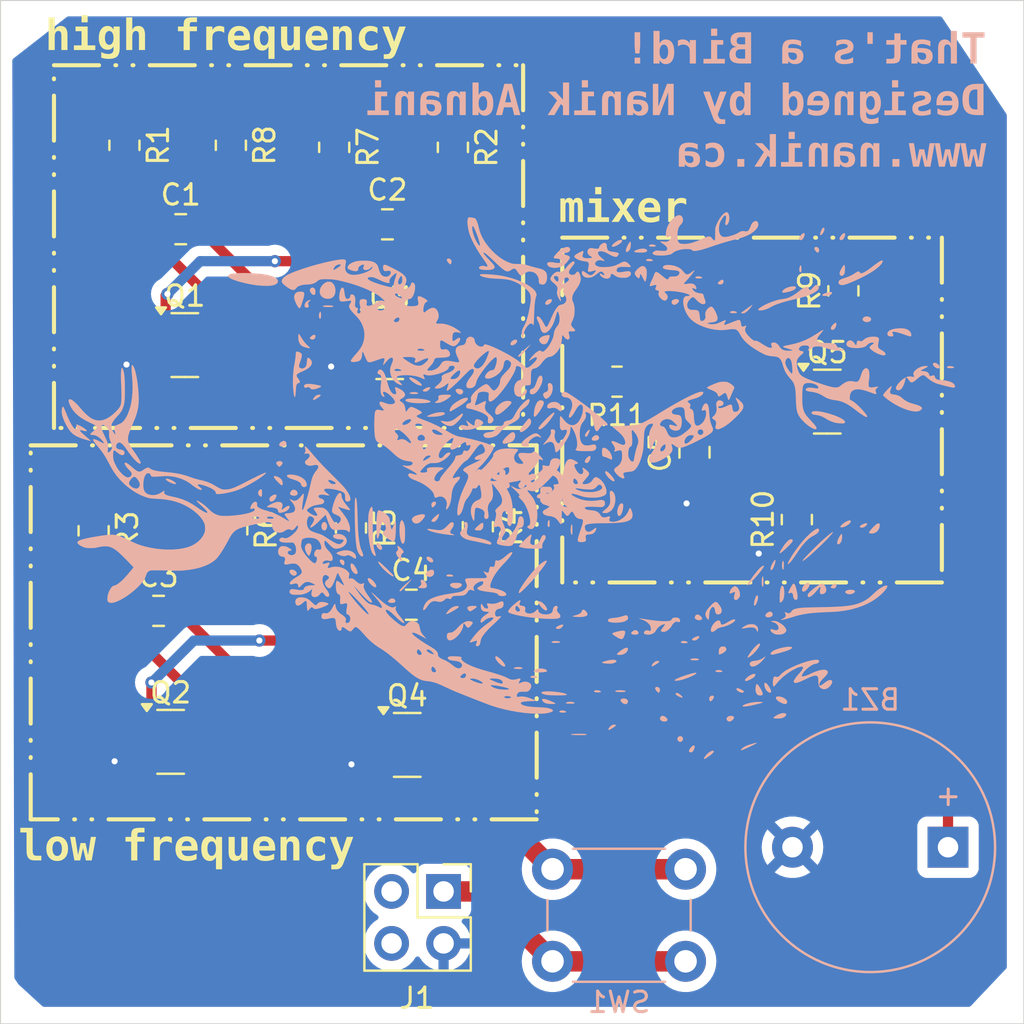
<source format=kicad_pcb>
(kicad_pcb (version 20240108) (generator "pcbnew") (generator_version "8.0")
  (layers (0 "F.Cu" signal) (31 "B.Cu" signal) (34 "B.Paste" user) (35 "F.Paste" user) (36 "B.SilkS" user "B.Silkscreen") (37 "F.SilkS" user "F.Silkscreen") (38 "B.Mask" user) (39 "F.Mask" user) (44 "Edge.Cuts" user))
  (net 0 "")
  (net 1 "hi_freq")
  (net 2 "GND")
  (net 3 "Net-(Q3-B)")
  (net 4 "Net-(Q1-C)")
  (net 5 "Net-(Q1-B)")
  (net 6 "Net-(Q2-C)")
  (net 7 "Net-(Q4-B)")
  (net 8 "Net-(Q2-B)")
  (net 9 "lo_freq")
  (net 10 "Net-(Q5-B)")
  (net 11 "Net-(Q5-C)")
  (net 12 "Net-(Q5-E)")
  (net 13 "Net-(R1-Pad1)")
  (net 14 "+3.3V")
  (footprint "Capacitor_SMD:C_0805_2012Metric" (layer "F.Cu") (at 75.13125 82.8)
    (property "Reference" "C1" (at 0 -1.68 0) (layer "F.SilkS"))
    (property "Value" "0.33u")
    (pad "1" smd roundrect (at -0.95 0) (size 1 1.45) (layers "F.Cu" "F.Paste" "F.Mask") (net 4 "Net-(Q1-C)"))
    (pad "2" smd roundrect (at 0.95 0) (size 1 1.45) (layers "F.Cu" "F.Paste" "F.Mask") (net 3 "Net-(Q3-B)"))
  )
  (footprint "Resistor_SMD:R_0805_2012Metric" (layer "F.Cu") (at 96.45 90.25 180)
    (property "Reference" "R11" (at 0 -1.65 180) (layer "F.SilkS"))
    (property "Value" "2k")
    (pad "1" smd roundrect (at -0.9125 0 180) (size 1.025 1.4) (layers "F.Cu" "F.Paste" "F.Mask") (roundrect_rratio 0.243902) (net 10 "Net-(Q5-B)"))
    (pad "2" smd roundrect (at 0.9125 0 180) (size 1.025 1.4) (layers "F.Cu" "F.Paste" "F.Mask") (roundrect_rratio 0.243902) (net 9 "lo_freq"))
  )
  (footprint "Resistor_SMD:R_0805_2012Metric" (layer "F.Cu") (at 77.58125 78.7 -90)
    (property "Reference" "R8" (at 0 -1.65 90) (layer "F.SilkS"))
    (property "Value" "2k")
    (pad "1" smd roundrect (at -0.9125 0 270) (size 1.025 1.4) (layers "F.Cu" "F.Paste" "F.Mask") (roundrect_rratio 0.243902) (net 13 "Net-(R1-Pad1)"))
    (pad "2" smd roundrect (at 0.9125 0 270) (size 1.025 1.4) (layers "F.Cu" "F.Paste" "F.Mask") (roundrect_rratio 0.243902) (net 3 "Net-(Q3-B)"))
  )
  (footprint "Resistor_SMD:R_0805_2012Metric" (layer "F.Cu") (at 72.38125 78.7 -90)
    (property "Reference" "R1" (at 0 -1.65 90) (layer "F.SilkS"))
    (property "Value" "330")
    (pad "1" smd roundrect (at -0.9125 0 270) (size 1.025 1.4) (layers "F.Cu" "F.Paste" "F.Mask") (roundrect_rratio 0.243902) (net 13 "Net-(R1-Pad1)"))
    (pad "2" smd roundrect (at 0.9125 0 270) (size 1.025 1.4) (layers "F.Cu" "F.Paste" "F.Mask") (roundrect_rratio 0.243902) (net 4 "Net-(Q1-C)"))
  )
  (footprint "Package_TO_SOT_SMD:SOT-23" (layer "F.Cu") (at 74.6375 107.85)
    (property "Reference" "Q2" (at 0 -2.4 0) (layer "F.SilkS"))
    (property "Value" "MMBT3904")
    (pad "1" smd roundrect (at -0.9375 -0.95) (size 1.475 0.6) (layers "F.Cu" "F.Paste" "F.Mask") (net 8 "Net-(Q2-B)"))
    (pad "2" smd roundrect (at -0.9375 0.95) (size 1.475 0.6) (layers "F.Cu" "F.Paste" "F.Mask") (net 2 "GND"))
    (pad "3" smd roundrect (at 0.9375 0) (size 1.475 0.6) (layers "F.Cu" "F.Paste" "F.Mask") (net 6 "Net-(Q2-C)"))
  )
  (footprint "Package_TO_SOT_SMD:SOT-23" (layer "F.Cu") (at 85.34375 88.5625)
    (property "Reference" "Q3" (at 0 -2.4 0) (layer "F.SilkS"))
    (property "Value" "MMBT3904")
    (pad "1" smd roundrect (at -0.9375 -0.95) (size 1.475 0.6) (layers "F.Cu" "F.Paste" "F.Mask") (net 3 "Net-(Q3-B)"))
    (pad "2" smd roundrect (at -0.9375 0.95) (size 1.475 0.6) (layers "F.Cu" "F.Paste" "F.Mask") (net 2 "GND"))
    (pad "3" smd roundrect (at 0.9375 0) (size 1.475 0.6) (layers "F.Cu" "F.Paste" "F.Mask") (net 1 "hi_freq"))
  )
  (footprint "Capacitor_SMD:C_0805_2012Metric" (layer "F.Cu") (at 85.23125 82.5625)
    (property "Reference" "C2" (at 0 -1.68 0) (layer "F.SilkS"))
    (property "Value" "0.33u")
    (pad "1" smd roundrect (at -0.95 0) (size 1 1.45) (layers "F.Cu" "F.Paste" "F.Mask") (net 5 "Net-(Q1-B)"))
    (pad "2" smd roundrect (at 0.95 0) (size 1 1.45) (layers "F.Cu" "F.Paste" "F.Mask") (net 1 "hi_freq"))
  )
  (footprint "Package_TO_SOT_SMD:SOT-23" (layer "F.Cu") (at 75.33125 88.4625)
    (property "Reference" "Q1" (at 0 -2.4 0) (layer "F.SilkS"))
    (property "Value" "MMBT3904")
    (pad "1" smd roundrect (at -0.9375 -0.95) (size 1.475 0.6) (layers "F.Cu" "F.Paste" "F.Mask") (net 5 "Net-(Q1-B)"))
    (pad "2" smd roundrect (at -0.9375 0.95) (size 1.475 0.6) (layers "F.Cu" "F.Paste" "F.Mask") (net 2 "GND"))
    (pad "3" smd roundrect (at 0.9375 0) (size 1.475 0.6) (layers "F.Cu" "F.Paste" "F.Mask") (net 4 "Net-(Q1-C)"))
  )
  (footprint "Capacitor_SMD:C_0805_2012Metric" (layer "F.Cu") (at 74.05 101.45)
    (property "Reference" "C3" (at 0 -1.68 0) (layer "F.SilkS"))
    (property "Value" "10u")
    (pad "1" smd roundrect (at -0.95 0) (size 1 1.45) (layers "F.Cu" "F.Paste" "F.Mask") (net 6 "Net-(Q2-C)"))
    (pad "2" smd roundrect (at 0.95 0) (size 1 1.45) (layers "F.Cu" "F.Paste" "F.Mask") (net 7 "Net-(Q4-B)"))
  )
  (footprint "Resistor_SMD:R_0805_2012Metric" (layer "F.Cu") (at 82.63125 78.8 -90)
    (property "Reference" "R7" (at 0 -1.65 90) (layer "F.SilkS"))
    (property "Value" "2k")
    (pad "1" smd roundrect (at -0.9125 0 270) (size 1.025 1.4) (layers "F.Cu" "F.Paste" "F.Mask") (roundrect_rratio 0.243902) (net 13 "Net-(R1-Pad1)"))
    (pad "2" smd roundrect (at 0.9125 0 270) (size 1.025 1.4) (layers "F.Cu" "F.Paste" "F.Mask") (roundrect_rratio 0.243902) (net 5 "Net-(Q1-B)"))
  )
  (footprint "Capacitor_SMD:C_0805_2012Metric" (layer "F.Cu") (at 86.4 101.15)
    (property "Reference" "C4" (at 0 -1.68 0) (layer "F.SilkS"))
    (property "Value" "10u")
    (pad "1" smd roundrect (at -0.95 0) (size 1 1.45) (layers "F.Cu" "F.Paste" "F.Mask") (net 8 "Net-(Q2-B)"))
    (pad "2" smd roundrect (at 0.95 0) (size 1 1.45) (layers "F.Cu" "F.Paste" "F.Mask") (net 9 "lo_freq"))
  )
  (footprint "Connector_PinHeader_2.54mm:PinHeader_2x02_P2.54mm_Vertical" (layer "F.Cu") (at 87.975 115.16 -90)
    (property "Reference" "J1" (at 5.215 1.3 0) (layer "F.SilkS"))
    (property "Value" "Conn_02x02_Counter_Clockwise_MountingPin" (hide yes))
    (pad "1" thru_hole rect (at 0 0 270) (size 1.7 1.7) (drill 1) (layers "*.Cu" "*.Mask") (net 14 "+3.3V"))
    (pad "2" thru_hole oval (at 2.54 0 270) (size 1.7 1.7) (drill 1) (layers "*.Cu" "*.Mask") (net 2 "GND"))
    (pad "3" thru_hole oval (at 0 2.54 270) (size 1.7 1.7) (drill 1) (layers "*.Cu" "*.Mask"))
    (pad "4" thru_hole oval (at 2.54 2.54 270) (size 1.7 1.7) (drill 1) (layers "*.Cu" "*.Mask"))
  )
  (footprint "Resistor_SMD:R_0805_2012Metric" (layer "F.Cu") (at 107.5125 85.8125 90)
    (property "Reference" "R9" (at 0 -1.65 -90) (layer "F.SilkS"))
    (property "Value" "10k")
    (pad "1" smd roundrect (at -0.9125 0 90) (size 1.025 1.4) (layers "F.Cu" "F.Paste" "F.Mask") (roundrect_rratio 0.243902) (net 11 "Net-(Q5-C)"))
    (pad "2" smd roundrect (at 0.9125 0 90) (size 1.025 1.4) (layers "F.Cu" "F.Paste" "F.Mask") (roundrect_rratio 0.243902) (net 1 "hi_freq"))
  )
  (footprint "Resistor_SMD:R_0805_2012Metric" (layer "F.Cu") (at 83.45 97.4 -90)
    (property "Reference" "R5" (at 0 -1.65 90) (layer "F.SilkS"))
    (property "Value" "10k")
    (pad "1" smd roundrect (at -0.9125 0 270) (size 1.025 1.4) (layers "F.Cu" "F.Paste" "F.Mask") (roundrect_rratio 0.243902) (net 13 "Net-(R1-Pad1)"))
    (pad "2" smd roundrect (at 0.9125 0 270) (size 1.025 1.4) (layers "F.Cu" "F.Paste" "F.Mask") (roundrect_rratio 0.243902) (net 8 "Net-(Q2-B)"))
  )
  (footprint "Resistor_SMD:R_0805_2012Metric" (layer "F.Cu") (at 105.2375 96.9875 90)
    (property "Reference" "R10" (at 0 -1.65 -90) (layer "F.SilkS"))
    (property "Value" "10k")
    (pad "1" smd roundrect (at -0.9125 0 90) (size 1.025 1.4) (layers "F.Cu" "F.Paste" "F.Mask") (roundrect_rratio 0.243902) (net 2 "GND"))
    (pad "2" smd roundrect (at 0.9125 0 90) (size 1.025 1.4) (layers "F.Cu" "F.Paste" "F.Mask") (roundrect_rratio 0.243902) (net 12 "Net-(Q5-E)"))
  )
  (footprint "Package_TO_SOT_SMD:SOT-23" (layer "F.Cu") (at 86.2 108)
    (property "Reference" "Q4" (at 0 -2.4 0) (layer "F.SilkS"))
    (property "Value" "MMBT3904")
    (pad "1" smd roundrect (at -0.9375 -0.95) (size 1.475 0.6) (layers "F.Cu" "F.Paste" "F.Mask") (net 7 "Net-(Q4-B)"))
    (pad "2" smd roundrect (at -0.9375 0.95) (size 1.475 0.6) (layers "F.Cu" "F.Paste" "F.Mask") (net 2 "GND"))
    (pad "3" smd roundrect (at 0.9375 0) (size 1.475 0.6) (layers "F.Cu" "F.Paste" "F.Mask") (net 9 "lo_freq"))
  )
  (footprint "Capacitor_SMD:C_0805_2012Metric" (layer "F.Cu") (at 100.2375 93.7 90)
    (property "Reference" "C5" (at 0 -1.68 -90) (layer "F.SilkS"))
    (property "Value" "10u")
    (pad "1" smd roundrect (at -0.95 0 90) (size 1 1.45) (layers "F.Cu" "F.Paste" "F.Mask") (net 2 "GND"))
    (pad "2" smd roundrect (at 0.95 0 90) (size 1 1.45) (layers "F.Cu" "F.Paste" "F.Mask") (net 10 "Net-(Q5-B)"))
  )
  (footprint "Resistor_SMD:R_0805_2012Metric" (layer "F.Cu") (at 70.875 97.5375 -90)
    (property "Reference" "R3" (at 0 -1.65 90) (layer "F.SilkS"))
    (property "Value" "330")
    (pad "1" smd roundrect (at -0.9125 0 270) (size 1.025 1.4) (layers "F.Cu" "F.Paste" "F.Mask") (roundrect_rratio 0.243902) (net 13 "Net-(R1-Pad1)"))
    (pad "2" smd roundrect (at 0.9125 0 270) (size 1.025 1.4) (layers "F.Cu" "F.Paste" "F.Mask") (roundrect_rratio 0.243902) (net 6 "Net-(Q2-C)"))
  )
  (footprint "Resistor_SMD:R_0805_2012Metric" (layer "F.Cu") (at 77.65 97.4875 -90)
    (property "Reference" "R6" (at 0 -1.65 90) (layer "F.SilkS"))
    (property "Value" "10k")
    (pad "1" smd roundrect (at -0.9125 0 270) (size 1.025 1.4) (layers "F.Cu" "F.Paste" "F.Mask") (roundrect_rratio 0.243902) (net 13 "Net-(R1-Pad1)"))
    (pad "2" smd roundrect (at 0.9125 0 270) (size 1.025 1.4) (layers "F.Cu" "F.Paste" "F.Mask") (roundrect_rratio 0.243902) (net 7 "Net-(Q4-B)"))
  )
  (footprint "Resistor_SMD:R_0805_2012Metric" (layer "F.Cu") (at 88.43125 78.8 -90)
    (property "Reference" "R2" (at 0 -1.65 90) (layer "F.SilkS"))
    (property "Value" "330")
    (pad "1" smd roundrect (at -0.9125 0 270) (size 1.025 1.4) (layers "F.Cu" "F.Paste" "F.Mask") (roundrect_rratio 0.243902) (net 13 "Net-(R1-Pad1)"))
    (pad "2" smd roundrect (at 0.9125 0 270) (size 1.025 1.4) (layers "F.Cu" "F.Paste" "F.Mask") (roundrect_rratio 0.243902) (net 1 "hi_freq"))
  )
  (footprint "Package_TO_SOT_SMD:SOT-23" (layer "F.Cu") (at 106.725 91.225)
    (property "Reference" "Q5" (at 0 -2.4 0) (layer "F.SilkS"))
    (property "Value" "MMBT3904")
    (pad "1" smd roundrect (at -0.9375 -0.95) (size 1.475 0.6) (layers "F.Cu" "F.Paste" "F.Mask") (net 10 "Net-(Q5-B)"))
    (pad "2" smd roundrect (at -0.9375 0.95) (size 1.475 0.6) (layers "F.Cu" "F.Paste" "F.Mask") (net 12 "Net-(Q5-E)"))
    (pad "3" smd roundrect (at 0.9375 0) (size 1.475 0.6) (layers "F.Cu" "F.Paste" "F.Mask") (net 11 "Net-(Q5-C)"))
  )
  (footprint "Resistor_SMD:R_0805_2012Metric" (layer "F.Cu") (at 89.65 97.3375 -90)
    (property "Reference" "R4" (at 0 -1.65 90) (layer "F.SilkS"))
    (property "Value" "330")
    (pad "1" smd roundrect (at -0.9125 0 270) (size 1.025 1.4) (layers "F.Cu" "F.Paste" "F.Mask") (roundrect_rratio 0.243902) (net 13 "Net-(R1-Pad1)"))
    (pad "2" smd roundrect (at 0.9125 0 270) (size 1.025 1.4) (layers "F.Cu" "F.Paste" "F.Mask") (roundrect_rratio 0.243902) (net 9 "lo_freq"))
  )
  (footprint "Button_Switch_THT:SW_PUSH_6mm" (layer "B.Cu") (at 93.3 118.575)
    (property "Reference" "SW1" (at 3.25 2 0) (layer "B.SilkS") (effects (justify mirror)))
    (property "Value" "SW_Push")
    (pad "1" thru_hole circle (at 0 0 270) (size 2 2) (drill 1.1) (layers "*.Cu" "*.Mask") (net 14 "+3.3V"))
    (pad "1" thru_hole circle (at 6.5 0 270) (size 2 2) (drill 1.1) (layers "*.Cu" "*.Mask") (net 14 "+3.3V"))
    (pad "2" thru_hole circle (at 0 -4.5 270) (size 2 2) (drill 1.1) (layers "*.Cu" "*.Mask") (net 13 "Net-(R1-Pad1)"))
    (pad "2" thru_hole circle (at 6.5 -4.5 270) (size 2 2) (drill 1.1) (layers "*.Cu" "*.Mask") (net 13 "Net-(R1-Pad1)"))
  )
  (footprint "Buzzer_Beeper:Buzzer_12x9.5RM7.6" (layer "B.Cu") (at 112.625 113 180)
    (property "Reference" "BZ1" (at 3.8 7.2 180) (layer "B.SilkS") (effects (justify mirror)))
    (property "Value" "Buzzer")
    (fp_text user "+" (at -0.01 2.54 180) (layer "B.SilkS") (effects (justify mirror)))
    (pad "1" thru_hole rect (at 0 0 180) (size 2 2) (drill 1) (layers "*.Cu" "*.Mask") (net 1 "hi_freq"))
    (pad "2" thru_hole circle (at 7.6 0 180) (size 2 2) (drill 1) (layers "*.Cu" "*.Mask") (net 2 "GND"))
  )
  (footprint "images:wren_big" (layer "B.Cu") (at 91.6 95.5 180)
    (property "Reference" "G***" (at 0 0 180) (layer "B.SilkS") (effects (font (size 1.5 1.5) (thickness 0.3)) (justify mirror)))
    (property "Value" "LOGO" (hide yes))
  )
  (gr_rect (start 68.9375 74.7875) (end 91.8625 92.5125) (stroke (width 0.2) (type dash_dot_dot)) (fill none) (layer "F.SilkS"))
  (gr_rect (start 93.775 83.2125) (end 112.325 100.0625) (stroke (width 0.2) (type dash_dot_dot)) (fill none) (layer "F.SilkS"))
  (gr_rect (start 67.8 93.3625) (end 92.525 111.6375) (stroke (width 0.2) (type dash_dot_dot)) (fill none) (layer "F.SilkS"))
  (gr_rect (start 66.325 71.625) (end 116.325 121.625) (stroke (width 0.05)) (fill none) (layer "Edge.Cuts"))
  (gr_text "That's a Bird!\nDesigned by Nanik Adnani\nwww.nanik.ca" (at 114.5 80 0) (layer "B.SilkS") (effects (font (size 1.5 1.5) (thickness 0.3) (bold yes)) (justify left bottom mirror)))
  (gr_text "high frequency" (at 68.5 74.3 0) (layer "F.SilkS") (effects (font (size 1.5 1.5) (thickness 0.2) (bold yes)) (justify left bottom)))
  (gr_text "low frequency" (at 67.2 113.9 0) (layer "F.SilkS") (effects (font (size 1.5 1.5) (thickness 0.2) (bold yes)) (justify left bottom)))
  (gr_text "mixer" (at 93.6 82.7 0) (layer "F.SilkS") (effects (font (size 1.5 1.5) (thickness 0.2) (bold yes)) (justify left bottom)))
  (segment (start 87.48125 82.5625) (end 89.81875 84.9) (width 0.5) (layer "F.Cu") (net 1))
  (segment (start 87.48125 82.5625) (end 88.18125 83.2625) (width 0.5) (layer "F.Cu") (net 1))
  (segment (start 87.48125 82.5625) (end 88.43125 81.6125) (width 0.5) (layer "F.Cu") (net 1))
  (segment (start 110.9 84.9) (end 107.5125 84.9) (width 0.5) (layer "F.Cu") (net 1))
  (segment (start 112.625 113) (end 112.625 86.625) (width 0.5) (layer "F.Cu") (net 1))
  (segment (start 86.18125 82.5625) (end 87.48125 82.5625) (width 0.5) (layer "F.Cu") (net 1))
  (segment (start 88.18125 83.2625) (end 88.18125 86.6625) (width 0.5) (layer "F.Cu") (net 1))
  (segment (start 89.81875 84.9) (end 107.5125 84.9) (width 0.5) (layer "F.Cu") (net 1))
  (segment (start 112.625 86.625) (end 110.9 84.9) (width 0.5) (layer "F.Cu") (net 1))
  (segment (start 88.43125 81.6125) (end 88.43125 79.7125) (width 0.5) (layer "F.Cu") (net 1))
  (segment (start 88.18125 86.6625) (end 86.28125 88.5625) (width 0.5) (layer "F.Cu") (net 1))
  (segment (start 100.2375 94.65) (end 100.2375 95.8375) (width 0.5) (layer "F.Cu") (net 2))
  (segment (start 100.2375 95.8375) (end 99.875 96.2) (width 0.5) (layer "F.Cu") (net 2))
  (segment (start 71.9 108.8) (end 71.975 108.8) (width 0.5) (layer "F.Cu") (net 2))
  (segment (start 83.525 108.95) (end 83.525 108.95) (width 0.5) (layer "F.Cu") (net 2))
  (segment (start 74.39375 89.4125) (end 72.48125 89.4125) (width 0.5) (layer "F.Cu") (net 2))
  (segment (start 83.475 108.95) (end 83.475 109) (width 0.5) (layer "F.Cu") (net 2))
  (segment (start 83.475 109) (end 83.475 109) (width 0.5) (layer "F.Cu") (net 2))
  (segment (start 104 98.625) (end 103.975 98.65) (width 0.5) (layer "F.Cu") (net 2))
  (segment (start 99.85 96.225) (end 99.95 96.125) (width 0.5) (layer "F.Cu") (net 2))
  (segment (start 84.40625 89.5125) (end 82.48125 89.5125) (width 0.5) (layer "F.Cu") (net 2))
  (segment (start 72.48125 89.4125) (end 72.53125 89.4125) (width 0.5) (layer "F.Cu") (net 2))
  (segment (start 103.375 98.65) (end 103.35 98.65) (width 0.5) (layer "F.Cu") (net 2))
  (segment (start 73.7 108.8) (end 71.9 108.8) (width 0.5) (layer "F.Cu") (net 2))
  (segment (start 104.725 97.9) (end 104 98.625) (width 0.5) (layer "F.Cu") (net 2))
  (segment (start 83.525 108.95) (end 83.475 108.95) (width 0.5) (layer "F.Cu") (net 2))
  (segment (start 85.2625 108.95) (end 83.525 108.95) (width 0.5) (layer "F.Cu") (net 2))
  (segment (start 105.2375 97.9) (end 104.725 97.9) (width 0.5) (layer "F.Cu") (net 2))
  (segment (start 99.875 96.2) (end 99.85 96.2) (width 0.5) (layer "F.Cu") (net 2))
  (segment (start 103.975 98.65) (end 103.375 98.65) (width 0.5) (layer "F.Cu") (net 2))
  (segment (start 99.85 96.2) (end 99.85 96.225) (width 0.5) (layer "F.Cu") (net 2))
  (via (at 71.9 108.8) (size 0.6) (drill 0.3) (layers "F.Cu" "B.Cu") (net 2))
  (via (at 72.48125 89.4125) (size 0.6) (drill 0.3) (layers "F.Cu" "B.Cu") (net 2))
  (via (at 83.475 108.95) (size 0.6) (drill 0.3) (layers "F.Cu" "B.Cu") (net 2))
  (via (at 82.48125 89.5125) (size 0.6) (drill 0.3) (layers "F.Cu" "B.Cu") (net 2))
  (via (at 99.85 96.2) (size 0.6) (drill 0.3) (layers "F.Cu" "B.Cu") (net 2))
  (via (at 103.375 98.65) (size 0.6) (drill 0.3) (layers "F.Cu" "B.Cu") (net 2))
  (segment (start 76.08125 81.1125) (end 77.58125 79.6125) (width 0.5) (layer "F.Cu") (net 3))
  (segment (start 76.08125 82.8) (end 76.08125 81.1125) (width 0.5) (layer "F.Cu") (net 3))
  (segment (start 76.08125 82.8) (end 80.89375 87.6125) (width 0.5) (layer "F.Cu") (net 3))
  (segment (start 80.89375 87.6125) (end 84.40625 87.6125) (width 0.5) (layer "F.Cu") (net 3))
  (segment (start 73.36875 82.8) (end 74.18125 82.8) (width 0.5) (layer "F.Cu") (net 4))
  (segment (start 74.18125 83.7625) (end 74.18125 82.8) (width 0.5) (layer "F.Cu") (net 4))
  (segment (start 76.26875 88.4625) (end 76.83125 87.9) (width 0.5) (layer "F.Cu") (net 4))
  (segment (start 72.38125 79.6125) (end 72.38125 81.8125) (width 0.5) (layer "F.Cu") (net 4))
  (segment (start 72.38125 81.8125) (end 73.36875 82.8) (width 0.5) (layer "F.Cu") (net 4))
  (segment (start 76.83125 87.9) (end 76.83125 86.4125) (width 0.5) (layer "F.Cu") (net 4))
  (segment (start 76.83125 86.4125) (end 74.18125 83.7625) (width 0.5) (layer "F.Cu") (net 4))
  (segment (start 74.39375 87.5125) (end 74.39375 86.05) (width 0.5) (layer "F.Cu") (net 5))
  (segment (start 82.48125 84.3625) (end 80.93125 84.3625) (width 0.5) (layer "F.Cu") (net 5))
  (segment (start 84.28125 81.3625) (end 82.63125 79.7125) (width 0.5) (layer "F.Cu") (net 5))
  (segment (start 84.28125 82.5625) (end 84.28125 81.3625) (width 0.5) (layer "F.Cu") (net 5))
  (segment (start 84.28125 82.5625) (end 82.48125 84.3625) (width 0.5) (layer "F.Cu") (net 5))
  (segment (start 80.93125 84.3625) (end 79.73125 84.3625) (width 0.5) (layer "F.Cu") (net 5))
  (segment (start 79.73125 84.3625) (end 79.78125 84.3625) (width 0.5) (layer "F.Cu") (net 5))
  (segment (start 74.39375 86.05) (end 74.48125 85.9625) (width 0.5) (layer "F.Cu") (net 5))
  (via (at 74.48125 85.9625) (size 0.6) (drill 0.3) (layers "F.Cu" "B.Cu") (net 5))
  (via (at 79.73125 84.3625) (size 0.6) (drill 0.3) (layers "F.Cu" "B.Cu") (net 5))
  (segment (start 74.48125 85.9625) (end 74.53125 85.9125) (width 0.5) (layer "B.Cu") (net 5))
  (segment (start 79.73125 84.3625) (end 76.08125 84.3625) (width 0.5) (layer "B.Cu") (net 5))
  (segment (start 76.08125 84.3625) (end 74.48125 85.9625) (width 0.5) (layer "B.Cu") (net 5))
  (segment (start 73.1 102.9) (end 75.575 105.375) (width 0.5) (layer "F.Cu") (net 6))
  (segment (start 73.1 101.45) (end 73.1 102.9) (width 0.5) (layer "F.Cu") (net 6))
  (segment (start 75.575 105.375) (end 75.575 107.85) (width 0.5) (layer "F.Cu") (net 6))
  (segment (start 70.875 100.375) (end 71.95 101.45) (width 0.5) (layer "F.Cu") (net 6))
  (segment (start 70.875 98.45) (end 70.875 100.375) (width 0.5) (layer "F.Cu") (net 6))
  (segment (start 71.95 101.45) (end 73.1 101.45) (width 0.5) (layer "F.Cu") (net 6))
  (segment (start 77.075 98.4) (end 77.65 98.4) (width 0.5) (layer "F.Cu") (net 7))
  (segment (start 80.6 107.05) (end 85.2625 107.05) (width 0.5) (layer "F.Cu") (net 7))
  (segment (start 75 100.475) (end 77.075 98.4) (width 0.5) (layer "F.Cu") (net 7))
  (segment (start 75 101.45) (end 75 100.475) (width 0.5) (layer "F.Cu") (net 7))
  (segment (start 75 101.45) (end 80.6 107.05) (width 0.5) (layer "F.Cu") (net 7))
  (segment (start 85.45 101.15) (end 83.7 102.9) (width 0.5) (layer "F.Cu") (net 8))
  (segment (start 83.9875 98.3125) (end 85.45 99.775) (width 0.5) (layer "F.Cu") (net 8))
  (segment (start 83.7 102.9) (end 78.975 102.9) (width 0.5) (layer "F.Cu") (net 8))
  (segment (start 83.45 98.3125) (end 83.9875 98.3125) (width 0.5) (layer "F.Cu") (net 8))
  (segment (start 85.45 99.775) (end 85.45 101.15) (width 0.5) (layer "F.Cu") (net 8))
  (segment (start 73.7 106.9) (end 73.7 104.95) (width 0.5) (layer "F.Cu") (net 8))
  (via (at 73.7 104.95) (size 0.6) (drill 0.3) (layers "F.Cu" "B.Cu") (net 8))
  (via (at 78.975 102.9) (size 0.6) (drill 0.3) (layers "F.Cu" "B.Cu") (net 8))
  (segment (start 73.725 104.95) (end 73.7 104.95) (width 0.5) (layer "B.Cu") (net 8))
  (segment (start 73.7 104.95) (end 73.7 104.975) (width 0.5) (layer "B.Cu") (net 8))
  (segment (start 78.975 102.9) (end 75.775 102.9) (width 0.5) (layer "B.Cu") (net 8))
  (segment (start 73.7 104.975) (end 73.8 104.875) (width 0.5) (layer "B.Cu") (net 8))
  (segment (start 75.775 102.9) (end 73.725 104.95) (width 0.5) (layer "B.Cu") (net 8))
  (segment (start 88.875 101.15) (end 89.3875 100.6375) (width 0.5) (layer "F.Cu") (net 9))
  (segment (start 89.65 100.375) (end 89.65 98.25) (width 0.5) (layer "F.Cu") (net 9))
  (segment (start 89.3875 100.6375) (end 90.375 99.65) (width 0.5) (layer "F.Cu") (net 9))
  (segment (start 88.825 101.15) (end 89.3 101.625) (width 0.5) (layer "F.Cu") (net 9))
  (segment (start 89.3 101.625) (end 89.3 105.8375) (width 0.5) (layer "F.Cu") (net 9))
  (segment (start 87.35 101.15) (end 88.875 101.15) (width 0.5) (layer "F.Cu") (net 9))
  (segment (start 87.35 101.15) (end 88.825 101.15) (width 0.5) (layer "F.Cu") (net 9))
  (segment (start 92.65 99.65) (end 95.5375 96.7625) (width 0.5) (layer "F.Cu") (net 9))
  (segment (start 89.3 105.8375) (end 87.1375 108) (width 0.5) (layer "F.Cu") (net 9))
  (segment (start 95.5375 96.7625) (end 95.5375 90.25) (width 0.5) (layer "F.Cu") (net 9))
  (segment (start 89.3875 100.6375) (end 89.65 100.375) (width 0.5) (layer "F.Cu") (net 9))
  (segment (start 90.375 99.65) (end 92.65 99.65) (width 0.5) (layer "F.Cu") (net 9))
  (segment (start 100.2375 91.65) (end 101.5625 90.325) (width 0.5) (layer "F.Cu") (net 10))
  (segment (start 101.5625 90.325) (end 105.1875 90.325) (width 0.5) (layer "F.Cu") (net 10))
  (segment (start 104.3375 90.25) (end 104.3625 90.275) (width 0.5) (layer "F.Cu") (net 10))
  (segment (start 97.3625 90.25) (end 104.3375 90.25) (width 0.5) (layer "F.Cu") (net 10))
  (segment (start 104.3625 90.275) (end 105.7875 90.275) (width 0.5) (layer "F.Cu") (net 10))
  (segment (start 100.2375 92.75) (end 100.2375 91.65) (width 0.5) (layer "F.Cu") (net 10))
  (segment (start 105.1125 90.25) (end 105.1875 90.325) (width 0.5) (layer "F.Cu") (net 10))
  (segment (start 104.3375 90.25) (end 105.1125 90.25) (width 0.5) (layer "F.Cu") (net 10))
  (segment (start 107.5125 86.725) (end 107.5125 91.075) (width 0.5) (layer "F.Cu") (net 11))
  (segment (start 107.5125 91.075) (end 107.6625 91.225) (width 0.5) (layer "F.Cu") (net 11))
  (segment (start 105.2375 92.725) (end 105.7875 92.175) (width 0.5) (layer "F.Cu") (net 12))
  (segment (start 105.2375 96.075) (end 105.2375 92.725) (width 0.5) (layer "F.Cu") (net 12))
  (segment (start 93.3 114.075) (end 90.775 111.55) (width 1) (layer "F.Cu") (net 13))
  (segment (start 88.35 94.125) (end 88.525 94.3) (width 1) (layer "F.Cu") (net 13))
  (segment (start 99.8 114.075) (end 93.3 114.075) (width 1) (layer "F.Cu") (net 13))
  (segment (start 87.53125 76.0125) (end 87.73125 76.2125) (width 0.5) (layer "F.Cu") (net 13))
  (segment (start 87.73125 76.2125) (end 88.43125 76.9125) (width 0.5) (layer "F.Cu") (net 13))
  (segment (start 82.63125 76.9625) (end 83.38125 76.2125) (width 0.5) (layer "F.Cu") (net 13))
  (segment (start 84.2 94.925) (end 88.975 94.925) (width 0.5) (layer "F.Cu") (net 13))
  (segment (start 86.8 76.0125) (end 87.53125 76.0125) (width 0.5) (layer "F.Cu") (net 13))
  (segment (start 74.875 94.75) (end 88.175 94.75) (width 0.5) (layer "F.Cu") (net 13))
  (segment (start 90.075 111.55) (end 69.525 111.55) (width 1) (layer "F.Cu") (net 13))
  (segment (start 72.38125 77.7875) (end 72.38125 76.7125) (width 0.5) (layer "F.Cu") (net 13))
  (segment (start 68.1 94.125) (end 88.35 94.125) (width 1) (layer "F.Cu") (net 13))
  (segment (start 77.58125 76.7125) (end 77.58125 77.7875) (width 0.5) (layer "F.Cu") (net 13))
  (segment (start 72.38125 76.7125) (end 73.08125 76.0125) (width 0.5) (layer "F.Cu") (net 13))
  (segment (start 83.38125 76.2125) (end 87.73125 76.2125) (width 0.5) (layer "F.Cu") (net 13))
  (segment (start 83.45 95.675) (end 84.2 94.925) (width 0.5) (layer "F.Cu") (net 13))
  (segment (start 86.4375 75.65) (end 87.125 75.65) (width 1) (layer "F.Cu") (net 13))
  (segment (start 69.425 75.65) (end 86.4375 75.65) (width 1) (layer "F.Cu") (net 13))
  (segment (start 90.775 111.55) (end 90.075 111.55) (width 1) (layer "F.Cu") (net 13))
  (segment (start 88.975 94.925) (end 89.65 95.6) (width 0.5) (layer "F.Cu") (net 13))
  (segment (start 82.63125 77.8875) (end 82.63125 76.9625) (width 0.5) (layer "F.Cu") (net 13))
  (segment (start 90.075 111.55) (end 89.425 111.55) (width 1) (layer "F.Cu") (net 13))
  (segment (start 68.1 94.125) (end 68.1 110.125) (width 1) (layer "F.Cu") (net 13))
  (segment (start 89.65 95.6) (end 89.65 96.425) (width 0.5) (layer "F.Cu") (net 13))
  (segment (start 74.875 94.75) (end 77.375 94.75) (width 0.5) (layer "F.Cu") (net 13))
  (segment (start 68.1 110.125) (end 69.525 111.55) (width 1) (layer "F.Cu") (net 13))
  (segment (start 73.08125 76.0125) (end 75.23125 76.0125) (width 0.5) (layer "F.Cu") (net 13))
  (segment (start 75.23125 76.0125) (end 76.88125 76.0125) (width 0.5) (layer "F.Cu") (net 13))
  (segment (start 77.65 95.025) (end 77.65 96.575) (width 0.5) (layer "F.Cu") (net 13))
  (segment (start 70.875 95.575) (end 71.7 94.75) (width 0.5) (layer "F.Cu") (net 13))
  (segment (start 88.43125 76.9125) (end 88.43125 77.8875) (width 0.5) (layer "F.Cu") (net 13))
  (segment (start 77.375 94.75) (end 77.65 95.025) (width 0.5) (layer "F.Cu") (net 13))
  (segment (start 70.875 96.625) (end 70.875 95.575) (width 0.5) (layer "F.Cu") (net 13))
  (segment (start 75.23125 76.0125) (end 86.8 76.0125) (width 0.5) (layer "F.Cu") (net 13))
  (segment (start 83.45 96.4875) (end 83.45 95.675) (width 0.5) (layer "F.Cu") (net 13))
  (segment (start 76.88125 76.0125) (end 77.58125 76.7125) (width 0.5) (layer "F.Cu") (net 13))
  (segment (start 87.125 75.65) (end 87.2 75.725) (width 1) (layer "F.Cu") (net 13))
  (segment (start 88.8 94.75) (end 89.65 95.6) (width 0.5) (layer "F.Cu") (net 13))
  (segment (start 88.175 94.75) (end 88.8 94.75) (width 0.5) (layer "F.Cu") (net 13))
  (segment (start 71.7 94.75) (end 74.875 94.75) (width 0.5) (layer "F.Cu") (net 13))
  (segment (start 68.1 76.975) (end 69.425 75.65) (width 1) (layer "F.Cu") (net 13))
  (segment (start 68.1 94.125) (end 68.1 76.975) (width 1) (layer "F.Cu") (net 13))
  (segment (start 87.975 115.16) (end 89.885 115.16) (width 1) (layer "F.Cu") (net 14))
  (segment (start 89.885 115.16) (end 93.3 118.575) (width 1) (layer "F.Cu") (net 14))
  (segment (start 93.3 118.575) (end 99.8 118.575) (width 1) (layer "F.Cu") (net 14))
  (zone (net 2) (net_name "GND") (layer "B.Cu") (connect_pads (clearance 0.5)) (min_thickness 0.25) (fill yes (thermal_gap 0.5) (thermal_bridge_width 0.5))
    (polygon (pts (xy 67.2 119.7) (xy 68.4 120.8) (xy 113.7 120.8) (xy 115.5 118.9) (xy 115.5 77.2) (xy 112.3 72.4) (xy 69.6 72.4) (xy 66.9 74.5) (xy 67 119.4)))
  )
)
</source>
